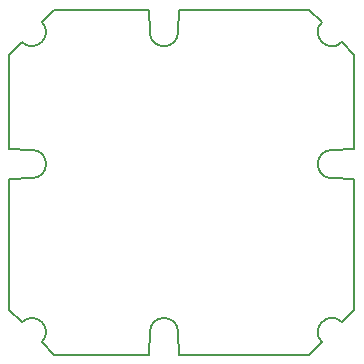
<source format=gko>
%FSLAX25Y25*%
%MOIN*%
G70*
G01*
G75*
G04 Layer_Color=16711935*
%ADD10O,0.05906X0.01575*%
%ADD11R,0.05906X0.01575*%
%ADD12R,0.01575X0.05906*%
%ADD13R,0.03150X0.02362*%
G04:AMPARAMS|DCode=14|XSize=23.62mil|YSize=31.5mil|CornerRadius=0mil|HoleSize=0mil|Usage=FLASHONLY|Rotation=45.000|XOffset=0mil|YOffset=0mil|HoleType=Round|Shape=Rectangle|*
%AMROTATEDRECTD14*
4,1,4,0.00278,-0.01949,-0.01949,0.00278,-0.00278,0.01949,0.01949,-0.00278,0.00278,-0.01949,0.0*
%
%ADD14ROTATEDRECTD14*%

%ADD15R,0.02362X0.03150*%
G04:AMPARAMS|DCode=16|XSize=23.62mil|YSize=31.5mil|CornerRadius=0mil|HoleSize=0mil|Usage=FLASHONLY|Rotation=135.000|XOffset=0mil|YOffset=0mil|HoleType=Round|Shape=Rectangle|*
%AMROTATEDRECTD16*
4,1,4,0.01949,0.00278,-0.00278,-0.01949,-0.01949,-0.00278,0.00278,0.01949,0.01949,0.00278,0.0*
%
%ADD16ROTATEDRECTD16*%

%ADD17C,0.01000*%
%ADD18C,0.01500*%
%ADD19C,0.00500*%
%ADD20R,0.02500X0.15000*%
%ADD21R,0.02500X0.12500*%
%ADD22R,0.12500X0.02500*%
%ADD23R,0.15000X0.02500*%
%ADD24C,0.02500*%
%ADD25R,0.04803X0.01969*%
%ADD26R,0.09843X0.04724*%
%ADD27C,0.00394*%
%ADD28C,0.00750*%
%ADD29C,0.00700*%
%ADD30R,0.15000X1.05000*%
%ADD31R,1.15000X0.15000*%
%ADD32R,0.15000X1.15000*%
%ADD33O,0.06706X0.02375*%
%ADD34R,0.06706X0.02375*%
%ADD35R,0.02375X0.06706*%
%ADD36R,0.03950X0.03162*%
G04:AMPARAMS|DCode=37|XSize=31.62mil|YSize=39.5mil|CornerRadius=0mil|HoleSize=0mil|Usage=FLASHONLY|Rotation=45.000|XOffset=0mil|YOffset=0mil|HoleType=Round|Shape=Rectangle|*
%AMROTATEDRECTD37*
4,1,4,0.00278,-0.02514,-0.02514,0.00278,-0.00278,0.02514,0.02514,-0.00278,0.00278,-0.02514,0.0*
%
%ADD37ROTATEDRECTD37*%

%ADD38R,0.03162X0.03950*%
G04:AMPARAMS|DCode=39|XSize=31.62mil|YSize=39.5mil|CornerRadius=0mil|HoleSize=0mil|Usage=FLASHONLY|Rotation=135.000|XOffset=0mil|YOffset=0mil|HoleType=Round|Shape=Rectangle|*
%AMROTATEDRECTD39*
4,1,4,0.02514,0.00278,-0.00278,-0.02514,-0.02514,-0.00278,0.00278,0.02514,0.02514,0.00278,0.0*
%
%ADD39ROTATEDRECTD39*%

%ADD40R,0.03300X0.15800*%
%ADD41R,0.03300X0.13300*%
%ADD42R,0.13300X0.03300*%
%ADD43R,0.15800X0.03300*%
%ADD44C,0.03300*%
%ADD45R,0.15000X1.00000*%
%ADD46R,1.00000X0.15000*%
%ADD47R,0.15000X0.85000*%
%ADD48R,0.05603X0.02769*%
%ADD49R,0.10642X0.05524*%
D19*
X411800Y407500D02*
G03*
X421200Y407500I4700J0D01*
G01*
X375823Y304177D02*
G03*
X369177Y310823I-3323J3323D01*
G01*
Y404177D02*
G03*
X375823Y410823I3323J3323D01*
G01*
X469177D02*
G03*
X475823Y404177I3323J-3323D01*
G01*
X421200Y307500D02*
G03*
X411800Y307500I-4700J0D01*
G01*
X475823Y310823D02*
G03*
X469177Y304177I-3323J-3323D01*
G01*
X472500Y368200D02*
G03*
X472500Y358800I0J-4700D01*
G01*
X372500D02*
G03*
X372500Y368200I0J4700D01*
G01*
X421500Y415000D02*
X465000D01*
X380000D02*
X411500D01*
X421197Y407432D02*
X421500Y415000D01*
X411500D02*
X411800Y407500D01*
X365000Y315000D02*
X369177Y310823D01*
X375823Y304177D02*
X380000Y300000D01*
X365000Y400000D02*
X369177Y404177D01*
X375823Y410823D02*
X380000Y415000D01*
X475823Y404177D02*
X480000Y400000D01*
X465000Y415000D02*
X469177Y410823D01*
X475823Y310823D02*
X480000Y315000D01*
X411500Y300000D02*
X411800Y307500D01*
X421197Y307568D02*
X421500Y300000D01*
X380000D02*
X411500D01*
X421500D02*
X465000D01*
X469177Y304177D01*
X472500Y368200D02*
X480000Y368500D01*
X472432Y358803D02*
X480000Y358500D01*
Y368500D02*
Y400000D01*
Y315000D02*
Y358500D01*
X365000Y368500D02*
X372500Y368200D01*
X365000Y358500D02*
X372568Y358803D01*
X365000Y368500D02*
Y400000D01*
Y315000D02*
Y358500D01*
M02*

</source>
